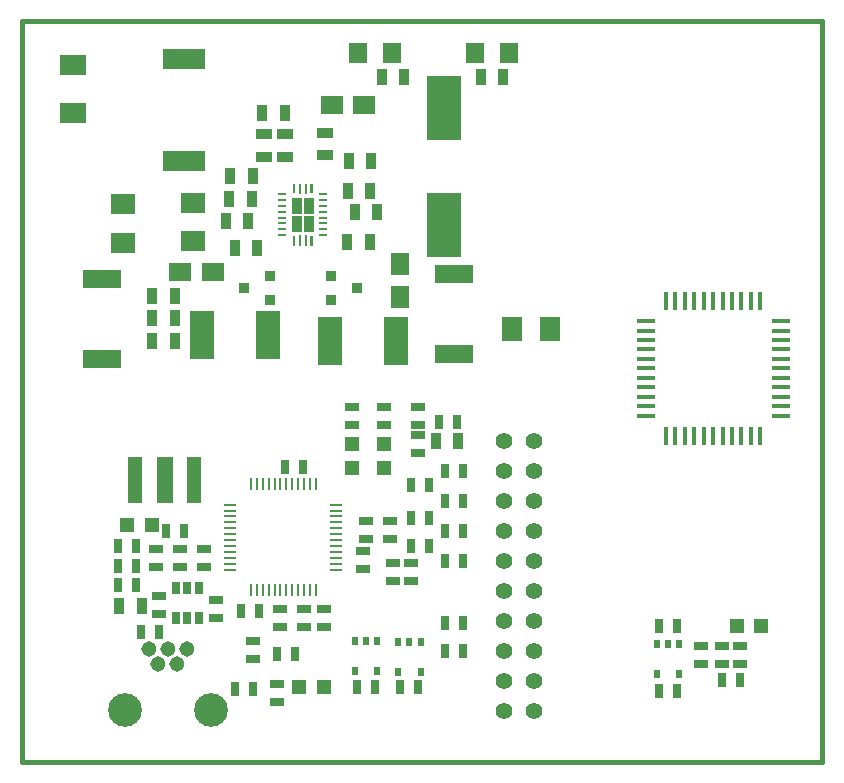
<source format=gtp>
G04 (created by PCBNEW-RS274X (2010-03-14)-final) date mié 02 nov 2011 21:39:55 ART*
G01*
G70*
G90*
%MOIN*%
G04 Gerber Fmt 3.4, Leading zero omitted, Abs format*
%FSLAX34Y34*%
G04 APERTURE LIST*
%ADD10C,0.000000*%
%ADD11C,0.015000*%
%ADD12C,0.051400*%
%ADD13C,0.112200*%
%ADD14R,0.007800X0.039300*%
%ADD15R,0.039300X0.007800*%
%ADD16R,0.047200X0.047200*%
%ADD17C,0.056000*%
%ADD18R,0.025000X0.045000*%
%ADD19R,0.045000X0.025000*%
%ADD20R,0.035000X0.055000*%
%ADD21R,0.020000X0.030000*%
%ADD22R,0.027600X0.039400*%
%ADD23R,0.047200X0.157400*%
%ADD24R,0.055100X0.157400*%
%ADD25R,0.060000X0.016000*%
%ADD26R,0.016000X0.060000*%
%ADD27R,0.085000X0.070000*%
%ADD28R,0.126000X0.060000*%
%ADD29R,0.062900X0.070900*%
%ADD30R,0.076700X0.059000*%
%ADD31R,0.059000X0.076700*%
%ADD32R,0.084600X0.070800*%
%ADD33R,0.070800X0.084600*%
%ADD34R,0.141700X0.070800*%
%ADD35R,0.114100X0.212500*%
%ADD36R,0.009100X0.035400*%
%ADD37R,0.031500X0.009100*%
%ADD38R,0.032300X0.052000*%
%ADD39R,0.009100X0.028500*%
%ADD40R,0.055000X0.035000*%
%ADD41R,0.080000X0.160000*%
%ADD42R,0.036000X0.036000*%
G04 APERTURE END LIST*
G54D10*
G54D11*
X38950Y-56100D02*
X38950Y-31400D01*
X39000Y-56100D02*
X38950Y-56100D01*
X39200Y-56100D02*
X39000Y-56100D01*
X39450Y-56100D02*
X39200Y-56100D01*
X42700Y-56100D02*
X39450Y-56100D01*
X65600Y-56100D02*
X42700Y-56100D01*
X65600Y-31400D02*
X65600Y-56100D01*
X38950Y-31400D02*
X65600Y-31400D01*
G54D12*
X43800Y-52343D03*
X43486Y-52815D03*
X44429Y-52343D03*
X44114Y-52815D03*
G54D13*
X45237Y-54350D03*
X42363Y-54350D03*
G54D12*
X43171Y-52343D03*
G54D14*
X46568Y-50371D03*
X46765Y-50371D03*
X46962Y-50371D03*
X47158Y-50371D03*
X47355Y-50371D03*
X47552Y-50371D03*
X47748Y-50371D03*
X47945Y-50371D03*
X48142Y-50371D03*
X48338Y-50371D03*
X48535Y-50371D03*
X48732Y-50371D03*
G54D15*
X49421Y-49682D03*
X49421Y-49485D03*
X49421Y-49288D03*
X49421Y-49092D03*
X49421Y-48895D03*
X49421Y-48698D03*
X49421Y-48502D03*
X49421Y-48305D03*
X49421Y-48108D03*
X49421Y-47912D03*
X49421Y-47715D03*
X49421Y-47518D03*
G54D14*
X48732Y-46829D03*
X48535Y-46829D03*
X48338Y-46829D03*
X48142Y-46829D03*
X47945Y-46829D03*
X47748Y-46829D03*
X47552Y-46829D03*
X47355Y-46829D03*
X47158Y-46829D03*
X46962Y-46829D03*
X46765Y-46829D03*
X46568Y-46829D03*
G54D15*
X45879Y-47518D03*
X45879Y-47715D03*
X45879Y-47912D03*
X45879Y-48108D03*
X45879Y-48305D03*
X45879Y-48502D03*
X45879Y-48698D03*
X45879Y-48895D03*
X45879Y-49092D03*
X45879Y-49288D03*
X45879Y-49485D03*
X45879Y-49682D03*
G54D16*
X48187Y-53600D03*
X49013Y-53600D03*
X51000Y-45487D03*
X51000Y-46313D03*
X49950Y-45487D03*
X49950Y-46313D03*
X42437Y-48200D03*
X43263Y-48200D03*
G54D17*
X55000Y-45400D03*
X56000Y-45400D03*
X55000Y-46400D03*
X56000Y-46400D03*
X55000Y-47400D03*
X56000Y-47400D03*
X55000Y-48400D03*
X56000Y-48400D03*
X55000Y-49400D03*
X56000Y-49400D03*
X55000Y-50400D03*
X56000Y-50400D03*
X55000Y-51400D03*
X56000Y-51400D03*
X55000Y-52400D03*
X56000Y-52400D03*
X55000Y-53400D03*
X56000Y-53400D03*
X55000Y-54400D03*
X56000Y-54400D03*
G54D18*
X52500Y-48900D03*
X51900Y-48900D03*
X52500Y-47950D03*
X51900Y-47950D03*
X52500Y-46850D03*
X51900Y-46850D03*
G54D19*
X51300Y-49450D03*
X51300Y-50050D03*
X48350Y-51000D03*
X48350Y-51600D03*
X51900Y-50050D03*
X51900Y-49450D03*
X51200Y-48650D03*
X51200Y-48050D03*
X50300Y-49050D03*
X50300Y-49650D03*
X50400Y-48650D03*
X50400Y-48050D03*
G54D18*
X44350Y-48400D03*
X43750Y-48400D03*
G54D19*
X46650Y-52050D03*
X46650Y-52650D03*
G54D18*
X48050Y-52500D03*
X47450Y-52500D03*
X46650Y-53650D03*
X46050Y-53650D03*
G54D19*
X49950Y-44250D03*
X49950Y-44850D03*
X51000Y-44250D03*
X51000Y-44850D03*
X47450Y-54100D03*
X47450Y-53500D03*
G54D18*
X42750Y-48900D03*
X42150Y-48900D03*
G54D19*
X45400Y-51300D03*
X45400Y-50700D03*
G54D18*
X46850Y-51050D03*
X46250Y-51050D03*
X51550Y-53600D03*
X52150Y-53600D03*
X50700Y-53600D03*
X50100Y-53600D03*
X53650Y-46400D03*
X53050Y-46400D03*
X53650Y-47400D03*
X53050Y-47400D03*
X53650Y-48400D03*
X53050Y-48400D03*
X53650Y-49400D03*
X53050Y-49400D03*
X53650Y-51450D03*
X53050Y-51450D03*
X53650Y-52400D03*
X53050Y-52400D03*
G54D19*
X49000Y-51000D03*
X49000Y-51600D03*
G54D18*
X47700Y-46250D03*
X48300Y-46250D03*
G54D19*
X45000Y-49000D03*
X45000Y-49600D03*
X43400Y-49000D03*
X43400Y-49600D03*
X47550Y-51000D03*
X47550Y-51600D03*
X44200Y-49000D03*
X44200Y-49600D03*
X43500Y-50550D03*
X43500Y-51150D03*
G54D18*
X42150Y-49550D03*
X42750Y-49550D03*
G54D19*
X52150Y-44250D03*
X52150Y-44850D03*
G54D18*
X42150Y-50200D03*
X42750Y-50200D03*
G54D19*
X52150Y-45800D03*
X52150Y-45200D03*
G54D18*
X42900Y-51750D03*
X43500Y-51750D03*
X53450Y-44750D03*
X52850Y-44750D03*
G54D20*
X42175Y-50900D03*
X42925Y-50900D03*
X53475Y-45400D03*
X52725Y-45400D03*
G54D21*
X50775Y-52050D03*
X50025Y-52050D03*
X50775Y-53050D03*
X50400Y-52050D03*
X50025Y-53050D03*
X52225Y-52100D03*
X51475Y-52100D03*
X52225Y-53100D03*
X51850Y-52100D03*
X51475Y-53100D03*
G54D22*
X44075Y-50300D03*
X44450Y-50300D03*
X44825Y-50300D03*
X44825Y-51300D03*
X44450Y-51300D03*
X44075Y-51300D03*
G54D23*
X44684Y-46700D03*
G54D24*
X43700Y-46700D03*
G54D23*
X42716Y-46700D03*
G54D25*
X64225Y-42975D03*
X64225Y-42660D03*
X64225Y-42345D03*
X64225Y-42030D03*
X64225Y-41715D03*
X64225Y-41400D03*
X64225Y-43290D03*
X64225Y-43605D03*
X64225Y-43920D03*
X64225Y-44235D03*
X64225Y-44550D03*
X59725Y-42975D03*
X59725Y-42660D03*
X59725Y-42345D03*
X59725Y-42030D03*
X59725Y-41715D03*
X59725Y-41400D03*
X59725Y-43290D03*
X59725Y-43605D03*
X59725Y-43920D03*
X59725Y-44235D03*
X59725Y-44550D03*
G54D26*
X61975Y-40725D03*
X61975Y-45225D03*
X61660Y-40725D03*
X61660Y-45225D03*
X61345Y-45225D03*
X61345Y-40725D03*
X61030Y-40725D03*
X61030Y-45225D03*
X60715Y-45225D03*
X60715Y-40725D03*
X60400Y-40725D03*
X60400Y-45225D03*
X62290Y-45225D03*
X62290Y-40725D03*
X62605Y-40725D03*
X62605Y-45225D03*
X62920Y-45225D03*
X62920Y-40725D03*
X63235Y-40725D03*
X63235Y-45225D03*
X63550Y-45225D03*
X63550Y-40725D03*
G54D21*
X60850Y-52175D03*
X60100Y-52175D03*
X60850Y-53175D03*
X60475Y-52175D03*
X60100Y-53175D03*
G54D18*
X60775Y-51575D03*
X60175Y-51575D03*
X60775Y-53725D03*
X60175Y-53725D03*
G54D19*
X61575Y-52825D03*
X61575Y-52225D03*
X62875Y-52825D03*
X62875Y-52225D03*
X62275Y-52225D03*
X62275Y-52825D03*
G54D18*
X62875Y-53375D03*
X62275Y-53375D03*
G54D16*
X63588Y-51575D03*
X62762Y-51575D03*
G54D27*
X40630Y-32850D03*
X40630Y-34450D03*
G54D28*
X53350Y-42500D03*
X53350Y-39843D03*
X41600Y-40000D03*
X41600Y-42657D03*
G54D29*
X55159Y-32450D03*
X54041Y-32450D03*
X51259Y-32450D03*
X50141Y-32450D03*
G54D30*
X50341Y-34200D03*
X49259Y-34200D03*
G54D31*
X51550Y-40591D03*
X51550Y-39509D03*
G54D30*
X45291Y-39750D03*
X44209Y-39750D03*
G54D32*
X42300Y-38789D03*
X42300Y-37511D03*
G54D33*
X56539Y-41650D03*
X55261Y-41650D03*
G54D32*
X44650Y-37461D03*
X44650Y-38739D03*
G54D34*
X44350Y-36050D03*
X44350Y-32650D03*
G54D35*
X53000Y-34302D03*
X53000Y-38198D03*
G54D36*
X48192Y-36994D03*
X48408Y-36994D03*
X48408Y-38706D03*
X48192Y-38706D03*
G54D10*
G36*
X47959Y-37133D02*
X47959Y-36819D01*
X48049Y-36819D01*
X48049Y-37133D01*
X47959Y-37133D01*
X47959Y-37133D01*
G37*
G36*
X48551Y-37133D02*
X48551Y-36819D01*
X48641Y-36819D01*
X48641Y-37133D01*
X48551Y-37133D01*
X48551Y-37133D01*
G37*
G36*
X47959Y-38881D02*
X47959Y-38567D01*
X48049Y-38567D01*
X48049Y-38881D01*
X47959Y-38881D01*
X47959Y-38881D01*
G37*
G36*
X48551Y-38881D02*
X48551Y-38567D01*
X48641Y-38567D01*
X48641Y-38881D01*
X48551Y-38881D01*
X48551Y-38881D01*
G37*
G54D37*
X48979Y-38145D03*
X48979Y-38342D03*
X48979Y-38539D03*
X48979Y-37161D03*
X48979Y-37358D03*
X48979Y-37555D03*
X48979Y-37752D03*
X48979Y-37948D03*
X47621Y-37948D03*
X47621Y-37752D03*
X47621Y-37555D03*
X47621Y-37358D03*
X47621Y-37161D03*
X47621Y-38342D03*
X47621Y-38145D03*
X47621Y-38539D03*
G54D38*
X48100Y-38150D03*
X48500Y-38150D03*
X48500Y-37550D03*
G54D39*
X48192Y-36950D03*
X48408Y-36950D03*
X48408Y-38750D03*
X48192Y-38750D03*
G54D38*
X48100Y-37550D03*
G54D20*
X50925Y-33250D03*
X51675Y-33250D03*
X44025Y-41300D03*
X43275Y-41300D03*
X43275Y-40550D03*
X44025Y-40550D03*
X47700Y-34450D03*
X46950Y-34450D03*
X54225Y-33250D03*
X54975Y-33250D03*
G54D40*
X47000Y-35925D03*
X47000Y-35175D03*
X47700Y-35175D03*
X47700Y-35925D03*
G54D20*
X46625Y-36550D03*
X45875Y-36550D03*
X46600Y-37325D03*
X45850Y-37325D03*
X49800Y-37075D03*
X50550Y-37075D03*
X43275Y-42050D03*
X44025Y-42050D03*
X49825Y-36050D03*
X50575Y-36050D03*
X46475Y-38075D03*
X45725Y-38075D03*
X50025Y-37775D03*
X50775Y-37775D03*
X49775Y-38750D03*
X50525Y-38750D03*
X46775Y-38950D03*
X46025Y-38950D03*
G54D40*
X49050Y-35875D03*
X49050Y-35125D03*
G54D41*
X44950Y-41850D03*
X47150Y-41850D03*
X51400Y-42050D03*
X49200Y-42050D03*
G54D42*
X47200Y-39900D03*
X47200Y-40700D03*
X46350Y-40300D03*
X49250Y-40700D03*
X49250Y-39900D03*
X50100Y-40300D03*
M02*

</source>
